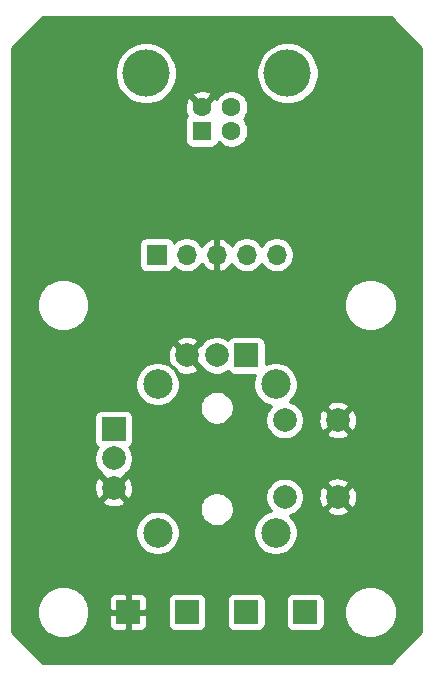
<source format=gbr>
%TF.GenerationSoftware,KiCad,Pcbnew,5.1.9-1.fc33*%
%TF.CreationDate,2021-01-07T15:58:03+01:00*%
%TF.ProjectId,Bottom,426f7474-6f6d-42e6-9b69-6361645f7063,rev?*%
%TF.SameCoordinates,PX4c4b400PY7270e00*%
%TF.FileFunction,Copper,L1,Top*%
%TF.FilePolarity,Positive*%
%FSLAX46Y46*%
G04 Gerber Fmt 4.6, Leading zero omitted, Abs format (unit mm)*
G04 Created by KiCad (PCBNEW 5.1.9-1.fc33) date 2021-01-07 15:58:03*
%MOMM*%
%LPD*%
G01*
G04 APERTURE LIST*
%TA.AperFunction,ComponentPad*%
%ADD10R,1.600000X1.600000*%
%TD*%
%TA.AperFunction,ComponentPad*%
%ADD11C,1.600000*%
%TD*%
%TA.AperFunction,ComponentPad*%
%ADD12C,4.000000*%
%TD*%
%TA.AperFunction,ComponentPad*%
%ADD13C,2.000000*%
%TD*%
%TA.AperFunction,ComponentPad*%
%ADD14R,2.000000X2.000000*%
%TD*%
%TA.AperFunction,ComponentPad*%
%ADD15C,2.500000*%
%TD*%
%TA.AperFunction,ComponentPad*%
%ADD16O,1.700000X1.700000*%
%TD*%
%TA.AperFunction,ComponentPad*%
%ADD17R,1.700000X1.700000*%
%TD*%
%TA.AperFunction,Conductor*%
%ADD18C,0.254000*%
%TD*%
%TA.AperFunction,Conductor*%
%ADD19C,0.100000*%
%TD*%
G04 APERTURE END LIST*
D10*
%TO.P,J1,1*%
%TO.N,Net-(J1-Pad1)*%
X18750000Y47750000D03*
D11*
%TO.P,J1,2*%
%TO.N,Net-(D-1-Pad1)*%
X21250000Y47750000D03*
%TO.P,J1,3*%
%TO.N,Net-(D+1-Pad1)*%
X21250000Y49750000D03*
%TO.P,J1,4*%
%TO.N,GND*%
X18750000Y49750000D03*
D12*
%TO.P,J1,5*%
%TO.N,Net-(J1-Pad5)*%
X26000000Y52610000D03*
X14000000Y52610000D03*
%TD*%
D13*
%TO.P,T1,2*%
%TO.N,GND*%
X30250000Y23250000D03*
%TO.P,T1,1*%
%TO.N,Net-(J2-Pad5)*%
X25750000Y16750000D03*
%TO.P,T1,2*%
%TO.N,GND*%
X30250000Y16750000D03*
%TO.P,T1,1*%
%TO.N,Net-(J2-Pad5)*%
X25750000Y23250000D03*
%TO.P,T1,B2*%
%TO.N,Net-(J2-Pad4)*%
X20000000Y28730000D03*
D14*
%TO.P,T1,A2*%
%TO.N,+5VA*%
X22500000Y28730000D03*
D13*
%TO.P,T1,C2*%
%TO.N,GND*%
X17500000Y28730000D03*
D14*
%TO.P,T1,A1*%
%TO.N,+5VA*%
X11270000Y22500000D03*
D13*
%TO.P,T1,B1*%
%TO.N,Net-(J2-Pad1)*%
X11270000Y20000000D03*
%TO.P,T1,C1*%
%TO.N,GND*%
X11270000Y17500000D03*
D15*
%TO.P,T1,MP*%
%TO.N,N/C*%
X15000000Y13700000D03*
X25000000Y26300000D03*
X25000000Y13700000D03*
X15000000Y26300000D03*
%TD*%
D14*
%TO.P,GND1,1*%
%TO.N,GND*%
X12500000Y7000000D03*
%TD*%
%TO.P,D-1,1*%
%TO.N,Net-(D-1-Pad1)*%
X22500000Y7000000D03*
%TD*%
%TO.P,D+1,1*%
%TO.N,Net-(D+1-Pad1)*%
X27500000Y7000000D03*
%TD*%
%TO.P,VBUS1,1*%
%TO.N,Net-(J1-Pad1)*%
X17500000Y7000000D03*
%TD*%
D16*
%TO.P,J2,5*%
%TO.N,Net-(J2-Pad5)*%
X25080000Y37250000D03*
%TO.P,J2,4*%
%TO.N,Net-(J2-Pad4)*%
X22540000Y37250000D03*
%TO.P,J2,3*%
%TO.N,GND*%
X20000000Y37250000D03*
%TO.P,J2,2*%
%TO.N,+5VA*%
X17460000Y37250000D03*
D17*
%TO.P,J2,1*%
%TO.N,Net-(J2-Pad1)*%
X14920000Y37250000D03*
%TD*%
D18*
%TO.N,GND*%
X37340001Y54726618D02*
X37340000Y5273381D01*
X34726620Y2660000D01*
X5273381Y2660000D01*
X2660000Y5273380D01*
X2660000Y7220128D01*
X4765000Y7220128D01*
X4765000Y6779872D01*
X4850890Y6348075D01*
X5019369Y5941331D01*
X5263962Y5575271D01*
X5575271Y5263962D01*
X5941331Y5019369D01*
X6348075Y4850890D01*
X6779872Y4765000D01*
X7220128Y4765000D01*
X7651925Y4850890D01*
X8058669Y5019369D01*
X8424729Y5263962D01*
X8736038Y5575271D01*
X8980631Y5941331D01*
X9004932Y6000000D01*
X10861928Y6000000D01*
X10874188Y5875518D01*
X10910498Y5755820D01*
X10969463Y5645506D01*
X11048815Y5548815D01*
X11145506Y5469463D01*
X11255820Y5410498D01*
X11375518Y5374188D01*
X11500000Y5361928D01*
X12214250Y5365000D01*
X12373000Y5523750D01*
X12373000Y6873000D01*
X12627000Y6873000D01*
X12627000Y5523750D01*
X12785750Y5365000D01*
X13500000Y5361928D01*
X13624482Y5374188D01*
X13744180Y5410498D01*
X13854494Y5469463D01*
X13951185Y5548815D01*
X14030537Y5645506D01*
X14089502Y5755820D01*
X14125812Y5875518D01*
X14138072Y6000000D01*
X14135000Y6714250D01*
X13976250Y6873000D01*
X12627000Y6873000D01*
X12373000Y6873000D01*
X11023750Y6873000D01*
X10865000Y6714250D01*
X10861928Y6000000D01*
X9004932Y6000000D01*
X9149110Y6348075D01*
X9235000Y6779872D01*
X9235000Y7220128D01*
X9149110Y7651925D01*
X9004933Y8000000D01*
X10861928Y8000000D01*
X10865000Y7285750D01*
X11023750Y7127000D01*
X12373000Y7127000D01*
X12373000Y8476250D01*
X12627000Y8476250D01*
X12627000Y7127000D01*
X13976250Y7127000D01*
X14135000Y7285750D01*
X14138072Y8000000D01*
X15861928Y8000000D01*
X15861928Y6000000D01*
X15874188Y5875518D01*
X15910498Y5755820D01*
X15969463Y5645506D01*
X16048815Y5548815D01*
X16145506Y5469463D01*
X16255820Y5410498D01*
X16375518Y5374188D01*
X16500000Y5361928D01*
X18500000Y5361928D01*
X18624482Y5374188D01*
X18744180Y5410498D01*
X18854494Y5469463D01*
X18951185Y5548815D01*
X19030537Y5645506D01*
X19089502Y5755820D01*
X19125812Y5875518D01*
X19138072Y6000000D01*
X19138072Y8000000D01*
X20861928Y8000000D01*
X20861928Y6000000D01*
X20874188Y5875518D01*
X20910498Y5755820D01*
X20969463Y5645506D01*
X21048815Y5548815D01*
X21145506Y5469463D01*
X21255820Y5410498D01*
X21375518Y5374188D01*
X21500000Y5361928D01*
X23500000Y5361928D01*
X23624482Y5374188D01*
X23744180Y5410498D01*
X23854494Y5469463D01*
X23951185Y5548815D01*
X24030537Y5645506D01*
X24089502Y5755820D01*
X24125812Y5875518D01*
X24138072Y6000000D01*
X24138072Y8000000D01*
X25861928Y8000000D01*
X25861928Y6000000D01*
X25874188Y5875518D01*
X25910498Y5755820D01*
X25969463Y5645506D01*
X26048815Y5548815D01*
X26145506Y5469463D01*
X26255820Y5410498D01*
X26375518Y5374188D01*
X26500000Y5361928D01*
X28500000Y5361928D01*
X28624482Y5374188D01*
X28744180Y5410498D01*
X28854494Y5469463D01*
X28951185Y5548815D01*
X29030537Y5645506D01*
X29089502Y5755820D01*
X29125812Y5875518D01*
X29138072Y6000000D01*
X29138072Y7220128D01*
X30765000Y7220128D01*
X30765000Y6779872D01*
X30850890Y6348075D01*
X31019369Y5941331D01*
X31263962Y5575271D01*
X31575271Y5263962D01*
X31941331Y5019369D01*
X32348075Y4850890D01*
X32779872Y4765000D01*
X33220128Y4765000D01*
X33651925Y4850890D01*
X34058669Y5019369D01*
X34424729Y5263962D01*
X34736038Y5575271D01*
X34980631Y5941331D01*
X35149110Y6348075D01*
X35235000Y6779872D01*
X35235000Y7220128D01*
X35149110Y7651925D01*
X34980631Y8058669D01*
X34736038Y8424729D01*
X34424729Y8736038D01*
X34058669Y8980631D01*
X33651925Y9149110D01*
X33220128Y9235000D01*
X32779872Y9235000D01*
X32348075Y9149110D01*
X31941331Y8980631D01*
X31575271Y8736038D01*
X31263962Y8424729D01*
X31019369Y8058669D01*
X30850890Y7651925D01*
X30765000Y7220128D01*
X29138072Y7220128D01*
X29138072Y8000000D01*
X29125812Y8124482D01*
X29089502Y8244180D01*
X29030537Y8354494D01*
X28951185Y8451185D01*
X28854494Y8530537D01*
X28744180Y8589502D01*
X28624482Y8625812D01*
X28500000Y8638072D01*
X26500000Y8638072D01*
X26375518Y8625812D01*
X26255820Y8589502D01*
X26145506Y8530537D01*
X26048815Y8451185D01*
X25969463Y8354494D01*
X25910498Y8244180D01*
X25874188Y8124482D01*
X25861928Y8000000D01*
X24138072Y8000000D01*
X24125812Y8124482D01*
X24089502Y8244180D01*
X24030537Y8354494D01*
X23951185Y8451185D01*
X23854494Y8530537D01*
X23744180Y8589502D01*
X23624482Y8625812D01*
X23500000Y8638072D01*
X21500000Y8638072D01*
X21375518Y8625812D01*
X21255820Y8589502D01*
X21145506Y8530537D01*
X21048815Y8451185D01*
X20969463Y8354494D01*
X20910498Y8244180D01*
X20874188Y8124482D01*
X20861928Y8000000D01*
X19138072Y8000000D01*
X19125812Y8124482D01*
X19089502Y8244180D01*
X19030537Y8354494D01*
X18951185Y8451185D01*
X18854494Y8530537D01*
X18744180Y8589502D01*
X18624482Y8625812D01*
X18500000Y8638072D01*
X16500000Y8638072D01*
X16375518Y8625812D01*
X16255820Y8589502D01*
X16145506Y8530537D01*
X16048815Y8451185D01*
X15969463Y8354494D01*
X15910498Y8244180D01*
X15874188Y8124482D01*
X15861928Y8000000D01*
X14138072Y8000000D01*
X14125812Y8124482D01*
X14089502Y8244180D01*
X14030537Y8354494D01*
X13951185Y8451185D01*
X13854494Y8530537D01*
X13744180Y8589502D01*
X13624482Y8625812D01*
X13500000Y8638072D01*
X12785750Y8635000D01*
X12627000Y8476250D01*
X12373000Y8476250D01*
X12214250Y8635000D01*
X11500000Y8638072D01*
X11375518Y8625812D01*
X11255820Y8589502D01*
X11145506Y8530537D01*
X11048815Y8451185D01*
X10969463Y8354494D01*
X10910498Y8244180D01*
X10874188Y8124482D01*
X10861928Y8000000D01*
X9004933Y8000000D01*
X8980631Y8058669D01*
X8736038Y8424729D01*
X8424729Y8736038D01*
X8058669Y8980631D01*
X7651925Y9149110D01*
X7220128Y9235000D01*
X6779872Y9235000D01*
X6348075Y9149110D01*
X5941331Y8980631D01*
X5575271Y8736038D01*
X5263962Y8424729D01*
X5019369Y8058669D01*
X4850890Y7651925D01*
X4765000Y7220128D01*
X2660000Y7220128D01*
X2660000Y13885656D01*
X13115000Y13885656D01*
X13115000Y13514344D01*
X13187439Y13150166D01*
X13329534Y12807118D01*
X13535825Y12498382D01*
X13798382Y12235825D01*
X14107118Y12029534D01*
X14450166Y11887439D01*
X14814344Y11815000D01*
X15185656Y11815000D01*
X15549834Y11887439D01*
X15892882Y12029534D01*
X16201618Y12235825D01*
X16464175Y12498382D01*
X16670466Y12807118D01*
X16812561Y13150166D01*
X16885000Y13514344D01*
X16885000Y13885656D01*
X23115000Y13885656D01*
X23115000Y13514344D01*
X23187439Y13150166D01*
X23329534Y12807118D01*
X23535825Y12498382D01*
X23798382Y12235825D01*
X24107118Y12029534D01*
X24450166Y11887439D01*
X24814344Y11815000D01*
X25185656Y11815000D01*
X25549834Y11887439D01*
X25892882Y12029534D01*
X26201618Y12235825D01*
X26464175Y12498382D01*
X26670466Y12807118D01*
X26812561Y13150166D01*
X26885000Y13514344D01*
X26885000Y13885656D01*
X26812561Y14249834D01*
X26670466Y14592882D01*
X26464175Y14901618D01*
X26201618Y15164175D01*
X26191670Y15170822D01*
X26226912Y15177832D01*
X26524463Y15301082D01*
X26792252Y15480013D01*
X26926826Y15614587D01*
X29294192Y15614587D01*
X29389956Y15350186D01*
X29679571Y15209296D01*
X29991108Y15127616D01*
X30312595Y15108282D01*
X30631675Y15152039D01*
X30936088Y15257205D01*
X31110044Y15350186D01*
X31205808Y15614587D01*
X30250000Y16570395D01*
X29294192Y15614587D01*
X26926826Y15614587D01*
X27019987Y15707748D01*
X27198918Y15975537D01*
X27322168Y16273088D01*
X27385000Y16588967D01*
X27385000Y16687405D01*
X28608282Y16687405D01*
X28652039Y16368325D01*
X28757205Y16063912D01*
X28850186Y15889956D01*
X29114587Y15794192D01*
X30070395Y16750000D01*
X30429605Y16750000D01*
X31385413Y15794192D01*
X31649814Y15889956D01*
X31790704Y16179571D01*
X31872384Y16491108D01*
X31891718Y16812595D01*
X31847961Y17131675D01*
X31742795Y17436088D01*
X31649814Y17610044D01*
X31385413Y17705808D01*
X30429605Y16750000D01*
X30070395Y16750000D01*
X29114587Y17705808D01*
X28850186Y17610044D01*
X28709296Y17320429D01*
X28627616Y17008892D01*
X28608282Y16687405D01*
X27385000Y16687405D01*
X27385000Y16911033D01*
X27322168Y17226912D01*
X27198918Y17524463D01*
X27019987Y17792252D01*
X26926826Y17885413D01*
X29294192Y17885413D01*
X30250000Y16929605D01*
X31205808Y17885413D01*
X31110044Y18149814D01*
X30820429Y18290704D01*
X30508892Y18372384D01*
X30187405Y18391718D01*
X29868325Y18347961D01*
X29563912Y18242795D01*
X29389956Y18149814D01*
X29294192Y17885413D01*
X26926826Y17885413D01*
X26792252Y18019987D01*
X26524463Y18198918D01*
X26226912Y18322168D01*
X25911033Y18385000D01*
X25588967Y18385000D01*
X25273088Y18322168D01*
X24975537Y18198918D01*
X24707748Y18019987D01*
X24480013Y17792252D01*
X24301082Y17524463D01*
X24177832Y17226912D01*
X24115000Y16911033D01*
X24115000Y16588967D01*
X24177832Y16273088D01*
X24301082Y15975537D01*
X24480013Y15707748D01*
X24637865Y15549896D01*
X24450166Y15512561D01*
X24107118Y15370466D01*
X23798382Y15164175D01*
X23535825Y14901618D01*
X23329534Y14592882D01*
X23187439Y14249834D01*
X23115000Y13885656D01*
X16885000Y13885656D01*
X16812561Y14249834D01*
X16670466Y14592882D01*
X16464175Y14901618D01*
X16201618Y15164175D01*
X15892882Y15370466D01*
X15549834Y15512561D01*
X15185656Y15585000D01*
X14814344Y15585000D01*
X14450166Y15512561D01*
X14107118Y15370466D01*
X13798382Y15164175D01*
X13535825Y14901618D01*
X13329534Y14592882D01*
X13187439Y14249834D01*
X13115000Y13885656D01*
X2660000Y13885656D01*
X2660000Y15841335D01*
X18565000Y15841335D01*
X18565000Y15558665D01*
X18620147Y15281426D01*
X18728320Y15020273D01*
X18885363Y14785241D01*
X19085241Y14585363D01*
X19320273Y14428320D01*
X19581426Y14320147D01*
X19858665Y14265000D01*
X20141335Y14265000D01*
X20418574Y14320147D01*
X20679727Y14428320D01*
X20914759Y14585363D01*
X21114637Y14785241D01*
X21271680Y15020273D01*
X21379853Y15281426D01*
X21435000Y15558665D01*
X21435000Y15841335D01*
X21379853Y16118574D01*
X21271680Y16379727D01*
X21114637Y16614759D01*
X20914759Y16814637D01*
X20679727Y16971680D01*
X20418574Y17079853D01*
X20141335Y17135000D01*
X19858665Y17135000D01*
X19581426Y17079853D01*
X19320273Y16971680D01*
X19085241Y16814637D01*
X18885363Y16614759D01*
X18728320Y16379727D01*
X18620147Y16118574D01*
X18565000Y15841335D01*
X2660000Y15841335D01*
X2660000Y16364587D01*
X10314192Y16364587D01*
X10409956Y16100186D01*
X10699571Y15959296D01*
X11011108Y15877616D01*
X11332595Y15858282D01*
X11651675Y15902039D01*
X11956088Y16007205D01*
X12130044Y16100186D01*
X12225808Y16364587D01*
X11270000Y17320395D01*
X10314192Y16364587D01*
X2660000Y16364587D01*
X2660000Y17437405D01*
X9628282Y17437405D01*
X9672039Y17118325D01*
X9777205Y16813912D01*
X9870186Y16639956D01*
X10134587Y16544192D01*
X11090395Y17500000D01*
X11449605Y17500000D01*
X12405413Y16544192D01*
X12669814Y16639956D01*
X12810704Y16929571D01*
X12892384Y17241108D01*
X12911718Y17562595D01*
X12867961Y17881675D01*
X12762795Y18186088D01*
X12669814Y18360044D01*
X12405413Y18455808D01*
X11449605Y17500000D01*
X11090395Y17500000D01*
X10134587Y18455808D01*
X9870186Y18360044D01*
X9729296Y18070429D01*
X9647616Y17758892D01*
X9628282Y17437405D01*
X2660000Y17437405D01*
X2660000Y23500000D01*
X9631928Y23500000D01*
X9631928Y21500000D01*
X9644188Y21375518D01*
X9680498Y21255820D01*
X9739463Y21145506D01*
X9818815Y21048815D01*
X9915506Y20969463D01*
X9941937Y20955335D01*
X9821082Y20774463D01*
X9697832Y20476912D01*
X9635000Y20161033D01*
X9635000Y19838967D01*
X9697832Y19523088D01*
X9821082Y19225537D01*
X10000013Y18957748D01*
X10227748Y18730013D01*
X10324935Y18665075D01*
X10314192Y18635413D01*
X11270000Y17679605D01*
X12225808Y18635413D01*
X12215065Y18665075D01*
X12312252Y18730013D01*
X12539987Y18957748D01*
X12718918Y19225537D01*
X12842168Y19523088D01*
X12905000Y19838967D01*
X12905000Y20161033D01*
X12842168Y20476912D01*
X12718918Y20774463D01*
X12598063Y20955335D01*
X12624494Y20969463D01*
X12721185Y21048815D01*
X12800537Y21145506D01*
X12859502Y21255820D01*
X12895812Y21375518D01*
X12908072Y21500000D01*
X12908072Y23500000D01*
X12895812Y23624482D01*
X12859502Y23744180D01*
X12800537Y23854494D01*
X12721185Y23951185D01*
X12624494Y24030537D01*
X12514180Y24089502D01*
X12394482Y24125812D01*
X12270000Y24138072D01*
X10270000Y24138072D01*
X10145518Y24125812D01*
X10025820Y24089502D01*
X9915506Y24030537D01*
X9818815Y23951185D01*
X9739463Y23854494D01*
X9680498Y23744180D01*
X9644188Y23624482D01*
X9631928Y23500000D01*
X2660000Y23500000D01*
X2660000Y26485656D01*
X13115000Y26485656D01*
X13115000Y26114344D01*
X13187439Y25750166D01*
X13329534Y25407118D01*
X13535825Y25098382D01*
X13798382Y24835825D01*
X14107118Y24629534D01*
X14450166Y24487439D01*
X14814344Y24415000D01*
X15185656Y24415000D01*
X15318051Y24441335D01*
X18565000Y24441335D01*
X18565000Y24158665D01*
X18620147Y23881426D01*
X18728320Y23620273D01*
X18885363Y23385241D01*
X19085241Y23185363D01*
X19320273Y23028320D01*
X19581426Y22920147D01*
X19858665Y22865000D01*
X20141335Y22865000D01*
X20418574Y22920147D01*
X20679727Y23028320D01*
X20914759Y23185363D01*
X21114637Y23385241D01*
X21271680Y23620273D01*
X21379853Y23881426D01*
X21435000Y24158665D01*
X21435000Y24441335D01*
X21379853Y24718574D01*
X21271680Y24979727D01*
X21114637Y25214759D01*
X20914759Y25414637D01*
X20679727Y25571680D01*
X20418574Y25679853D01*
X20141335Y25735000D01*
X19858665Y25735000D01*
X19581426Y25679853D01*
X19320273Y25571680D01*
X19085241Y25414637D01*
X18885363Y25214759D01*
X18728320Y24979727D01*
X18620147Y24718574D01*
X18565000Y24441335D01*
X15318051Y24441335D01*
X15549834Y24487439D01*
X15892882Y24629534D01*
X16201618Y24835825D01*
X16464175Y25098382D01*
X16670466Y25407118D01*
X16812561Y25750166D01*
X16885000Y26114344D01*
X16885000Y26485656D01*
X16812561Y26849834D01*
X16670466Y27192882D01*
X16464175Y27501618D01*
X16457701Y27508092D01*
X16544193Y27594585D01*
X16639956Y27330186D01*
X16929571Y27189296D01*
X17241108Y27107616D01*
X17562595Y27088282D01*
X17881675Y27132039D01*
X18186088Y27237205D01*
X18360044Y27330186D01*
X18455808Y27594587D01*
X17500000Y28550395D01*
X17485858Y28536252D01*
X17306253Y28715857D01*
X17320395Y28730000D01*
X17679605Y28730000D01*
X18635413Y27774192D01*
X18665075Y27784935D01*
X18730013Y27687748D01*
X18957748Y27460013D01*
X19225537Y27281082D01*
X19523088Y27157832D01*
X19838967Y27095000D01*
X20161033Y27095000D01*
X20476912Y27157832D01*
X20774463Y27281082D01*
X20955335Y27401937D01*
X20969463Y27375506D01*
X21048815Y27278815D01*
X21145506Y27199463D01*
X21255820Y27140498D01*
X21375518Y27104188D01*
X21500000Y27091928D01*
X23287718Y27091928D01*
X23187439Y26849834D01*
X23115000Y26485656D01*
X23115000Y26114344D01*
X23187439Y25750166D01*
X23329534Y25407118D01*
X23535825Y25098382D01*
X23798382Y24835825D01*
X24107118Y24629534D01*
X24450166Y24487439D01*
X24637865Y24450104D01*
X24480013Y24292252D01*
X24301082Y24024463D01*
X24177832Y23726912D01*
X24115000Y23411033D01*
X24115000Y23088967D01*
X24177832Y22773088D01*
X24301082Y22475537D01*
X24480013Y22207748D01*
X24707748Y21980013D01*
X24975537Y21801082D01*
X25273088Y21677832D01*
X25588967Y21615000D01*
X25911033Y21615000D01*
X26226912Y21677832D01*
X26524463Y21801082D01*
X26792252Y21980013D01*
X26926826Y22114587D01*
X29294192Y22114587D01*
X29389956Y21850186D01*
X29679571Y21709296D01*
X29991108Y21627616D01*
X30312595Y21608282D01*
X30631675Y21652039D01*
X30936088Y21757205D01*
X31110044Y21850186D01*
X31205808Y22114587D01*
X30250000Y23070395D01*
X29294192Y22114587D01*
X26926826Y22114587D01*
X27019987Y22207748D01*
X27198918Y22475537D01*
X27322168Y22773088D01*
X27385000Y23088967D01*
X27385000Y23187405D01*
X28608282Y23187405D01*
X28652039Y22868325D01*
X28757205Y22563912D01*
X28850186Y22389956D01*
X29114587Y22294192D01*
X30070395Y23250000D01*
X30429605Y23250000D01*
X31385413Y22294192D01*
X31649814Y22389956D01*
X31790704Y22679571D01*
X31872384Y22991108D01*
X31891718Y23312595D01*
X31847961Y23631675D01*
X31742795Y23936088D01*
X31649814Y24110044D01*
X31385413Y24205808D01*
X30429605Y23250000D01*
X30070395Y23250000D01*
X29114587Y24205808D01*
X28850186Y24110044D01*
X28709296Y23820429D01*
X28627616Y23508892D01*
X28608282Y23187405D01*
X27385000Y23187405D01*
X27385000Y23411033D01*
X27322168Y23726912D01*
X27198918Y24024463D01*
X27019987Y24292252D01*
X26926826Y24385413D01*
X29294192Y24385413D01*
X30250000Y23429605D01*
X31205808Y24385413D01*
X31110044Y24649814D01*
X30820429Y24790704D01*
X30508892Y24872384D01*
X30187405Y24891718D01*
X29868325Y24847961D01*
X29563912Y24742795D01*
X29389956Y24649814D01*
X29294192Y24385413D01*
X26926826Y24385413D01*
X26792252Y24519987D01*
X26524463Y24698918D01*
X26226912Y24822168D01*
X26191670Y24829178D01*
X26201618Y24835825D01*
X26464175Y25098382D01*
X26670466Y25407118D01*
X26812561Y25750166D01*
X26885000Y26114344D01*
X26885000Y26485656D01*
X26812561Y26849834D01*
X26670466Y27192882D01*
X26464175Y27501618D01*
X26201618Y27764175D01*
X25892882Y27970466D01*
X25549834Y28112561D01*
X25185656Y28185000D01*
X24814344Y28185000D01*
X24450166Y28112561D01*
X24138072Y27983288D01*
X24138072Y29730000D01*
X24125812Y29854482D01*
X24089502Y29974180D01*
X24030537Y30084494D01*
X23951185Y30181185D01*
X23854494Y30260537D01*
X23744180Y30319502D01*
X23624482Y30355812D01*
X23500000Y30368072D01*
X21500000Y30368072D01*
X21375518Y30355812D01*
X21255820Y30319502D01*
X21145506Y30260537D01*
X21048815Y30181185D01*
X20969463Y30084494D01*
X20955335Y30058063D01*
X20774463Y30178918D01*
X20476912Y30302168D01*
X20161033Y30365000D01*
X19838967Y30365000D01*
X19523088Y30302168D01*
X19225537Y30178918D01*
X18957748Y29999987D01*
X18730013Y29772252D01*
X18665075Y29675065D01*
X18635413Y29685808D01*
X17679605Y28730000D01*
X17320395Y28730000D01*
X16364587Y29685808D01*
X16100186Y29590044D01*
X15959296Y29300429D01*
X15877616Y28988892D01*
X15858282Y28667405D01*
X15902039Y28348325D01*
X16007205Y28043912D01*
X16100186Y27869956D01*
X16364585Y27774193D01*
X16278093Y27687700D01*
X16201618Y27764175D01*
X15892882Y27970466D01*
X15549834Y28112561D01*
X15185656Y28185000D01*
X14814344Y28185000D01*
X14450166Y28112561D01*
X14107118Y27970466D01*
X13798382Y27764175D01*
X13535825Y27501618D01*
X13329534Y27192882D01*
X13187439Y26849834D01*
X13115000Y26485656D01*
X2660000Y26485656D01*
X2660000Y29865413D01*
X16544192Y29865413D01*
X17500000Y28909605D01*
X18455808Y29865413D01*
X18360044Y30129814D01*
X18070429Y30270704D01*
X17758892Y30352384D01*
X17437405Y30371718D01*
X17118325Y30327961D01*
X16813912Y30222795D01*
X16639956Y30129814D01*
X16544192Y29865413D01*
X2660000Y29865413D01*
X2660000Y33220128D01*
X4765000Y33220128D01*
X4765000Y32779872D01*
X4850890Y32348075D01*
X5019369Y31941331D01*
X5263962Y31575271D01*
X5575271Y31263962D01*
X5941331Y31019369D01*
X6348075Y30850890D01*
X6779872Y30765000D01*
X7220128Y30765000D01*
X7651925Y30850890D01*
X8058669Y31019369D01*
X8424729Y31263962D01*
X8736038Y31575271D01*
X8980631Y31941331D01*
X9149110Y32348075D01*
X9235000Y32779872D01*
X9235000Y33220128D01*
X30765000Y33220128D01*
X30765000Y32779872D01*
X30850890Y32348075D01*
X31019369Y31941331D01*
X31263962Y31575271D01*
X31575271Y31263962D01*
X31941331Y31019369D01*
X32348075Y30850890D01*
X32779872Y30765000D01*
X33220128Y30765000D01*
X33651925Y30850890D01*
X34058669Y31019369D01*
X34424729Y31263962D01*
X34736038Y31575271D01*
X34980631Y31941331D01*
X35149110Y32348075D01*
X35235000Y32779872D01*
X35235000Y33220128D01*
X35149110Y33651925D01*
X34980631Y34058669D01*
X34736038Y34424729D01*
X34424729Y34736038D01*
X34058669Y34980631D01*
X33651925Y35149110D01*
X33220128Y35235000D01*
X32779872Y35235000D01*
X32348075Y35149110D01*
X31941331Y34980631D01*
X31575271Y34736038D01*
X31263962Y34424729D01*
X31019369Y34058669D01*
X30850890Y33651925D01*
X30765000Y33220128D01*
X9235000Y33220128D01*
X9149110Y33651925D01*
X8980631Y34058669D01*
X8736038Y34424729D01*
X8424729Y34736038D01*
X8058669Y34980631D01*
X7651925Y35149110D01*
X7220128Y35235000D01*
X6779872Y35235000D01*
X6348075Y35149110D01*
X5941331Y34980631D01*
X5575271Y34736038D01*
X5263962Y34424729D01*
X5019369Y34058669D01*
X4850890Y33651925D01*
X4765000Y33220128D01*
X2660000Y33220128D01*
X2660000Y38100000D01*
X13431928Y38100000D01*
X13431928Y36400000D01*
X13444188Y36275518D01*
X13480498Y36155820D01*
X13539463Y36045506D01*
X13618815Y35948815D01*
X13715506Y35869463D01*
X13825820Y35810498D01*
X13945518Y35774188D01*
X14070000Y35761928D01*
X15770000Y35761928D01*
X15894482Y35774188D01*
X16014180Y35810498D01*
X16124494Y35869463D01*
X16221185Y35948815D01*
X16300537Y36045506D01*
X16359502Y36155820D01*
X16381513Y36228380D01*
X16513368Y36096525D01*
X16756589Y35934010D01*
X17026842Y35822068D01*
X17313740Y35765000D01*
X17606260Y35765000D01*
X17893158Y35822068D01*
X18163411Y35934010D01*
X18406632Y36096525D01*
X18613475Y36303368D01*
X18735195Y36485534D01*
X18804822Y36368645D01*
X18999731Y36152412D01*
X19233080Y35978359D01*
X19495901Y35853175D01*
X19643110Y35808524D01*
X19873000Y35929845D01*
X19873000Y37123000D01*
X19853000Y37123000D01*
X19853000Y37377000D01*
X19873000Y37377000D01*
X19873000Y38570155D01*
X20127000Y38570155D01*
X20127000Y37377000D01*
X20147000Y37377000D01*
X20147000Y37123000D01*
X20127000Y37123000D01*
X20127000Y35929845D01*
X20356890Y35808524D01*
X20504099Y35853175D01*
X20766920Y35978359D01*
X21000269Y36152412D01*
X21195178Y36368645D01*
X21264805Y36485534D01*
X21386525Y36303368D01*
X21593368Y36096525D01*
X21836589Y35934010D01*
X22106842Y35822068D01*
X22393740Y35765000D01*
X22686260Y35765000D01*
X22973158Y35822068D01*
X23243411Y35934010D01*
X23486632Y36096525D01*
X23693475Y36303368D01*
X23810000Y36477760D01*
X23926525Y36303368D01*
X24133368Y36096525D01*
X24376589Y35934010D01*
X24646842Y35822068D01*
X24933740Y35765000D01*
X25226260Y35765000D01*
X25513158Y35822068D01*
X25783411Y35934010D01*
X26026632Y36096525D01*
X26233475Y36303368D01*
X26395990Y36546589D01*
X26507932Y36816842D01*
X26565000Y37103740D01*
X26565000Y37396260D01*
X26507932Y37683158D01*
X26395990Y37953411D01*
X26233475Y38196632D01*
X26026632Y38403475D01*
X25783411Y38565990D01*
X25513158Y38677932D01*
X25226260Y38735000D01*
X24933740Y38735000D01*
X24646842Y38677932D01*
X24376589Y38565990D01*
X24133368Y38403475D01*
X23926525Y38196632D01*
X23810000Y38022240D01*
X23693475Y38196632D01*
X23486632Y38403475D01*
X23243411Y38565990D01*
X22973158Y38677932D01*
X22686260Y38735000D01*
X22393740Y38735000D01*
X22106842Y38677932D01*
X21836589Y38565990D01*
X21593368Y38403475D01*
X21386525Y38196632D01*
X21264805Y38014466D01*
X21195178Y38131355D01*
X21000269Y38347588D01*
X20766920Y38521641D01*
X20504099Y38646825D01*
X20356890Y38691476D01*
X20127000Y38570155D01*
X19873000Y38570155D01*
X19643110Y38691476D01*
X19495901Y38646825D01*
X19233080Y38521641D01*
X18999731Y38347588D01*
X18804822Y38131355D01*
X18735195Y38014466D01*
X18613475Y38196632D01*
X18406632Y38403475D01*
X18163411Y38565990D01*
X17893158Y38677932D01*
X17606260Y38735000D01*
X17313740Y38735000D01*
X17026842Y38677932D01*
X16756589Y38565990D01*
X16513368Y38403475D01*
X16381513Y38271620D01*
X16359502Y38344180D01*
X16300537Y38454494D01*
X16221185Y38551185D01*
X16124494Y38630537D01*
X16014180Y38689502D01*
X15894482Y38725812D01*
X15770000Y38738072D01*
X14070000Y38738072D01*
X13945518Y38725812D01*
X13825820Y38689502D01*
X13715506Y38630537D01*
X13618815Y38551185D01*
X13539463Y38454494D01*
X13480498Y38344180D01*
X13444188Y38224482D01*
X13431928Y38100000D01*
X2660000Y38100000D01*
X2660000Y49679488D01*
X17309783Y49679488D01*
X17351213Y49399870D01*
X17446397Y49133708D01*
X17511616Y49011691D01*
X17498815Y49001185D01*
X17419463Y48904494D01*
X17360498Y48794180D01*
X17324188Y48674482D01*
X17311928Y48550000D01*
X17311928Y46950000D01*
X17324188Y46825518D01*
X17360498Y46705820D01*
X17419463Y46595506D01*
X17498815Y46498815D01*
X17595506Y46419463D01*
X17705820Y46360498D01*
X17825518Y46324188D01*
X17950000Y46311928D01*
X19550000Y46311928D01*
X19674482Y46324188D01*
X19794180Y46360498D01*
X19904494Y46419463D01*
X20001185Y46498815D01*
X20080537Y46595506D01*
X20139502Y46705820D01*
X20168661Y46801943D01*
X20335241Y46635363D01*
X20570273Y46478320D01*
X20831426Y46370147D01*
X21108665Y46315000D01*
X21391335Y46315000D01*
X21668574Y46370147D01*
X21929727Y46478320D01*
X22164759Y46635363D01*
X22364637Y46835241D01*
X22521680Y47070273D01*
X22629853Y47331426D01*
X22685000Y47608665D01*
X22685000Y47891335D01*
X22629853Y48168574D01*
X22521680Y48429727D01*
X22364637Y48664759D01*
X22279396Y48750000D01*
X22364637Y48835241D01*
X22521680Y49070273D01*
X22629853Y49331426D01*
X22685000Y49608665D01*
X22685000Y49891335D01*
X22629853Y50168574D01*
X22521680Y50429727D01*
X22364637Y50664759D01*
X22164759Y50864637D01*
X21929727Y51021680D01*
X21668574Y51129853D01*
X21391335Y51185000D01*
X21108665Y51185000D01*
X20831426Y51129853D01*
X20570273Y51021680D01*
X20335241Y50864637D01*
X20135363Y50664759D01*
X20001308Y50464131D01*
X19986671Y50491514D01*
X19742702Y50563097D01*
X18929605Y49750000D01*
X18943748Y49735857D01*
X18764143Y49556252D01*
X18750000Y49570395D01*
X18735858Y49556252D01*
X18556253Y49735857D01*
X18570395Y49750000D01*
X17757298Y50563097D01*
X17513329Y50491514D01*
X17392429Y50236004D01*
X17323700Y49961816D01*
X17309783Y49679488D01*
X2660000Y49679488D01*
X2660000Y52869525D01*
X11365000Y52869525D01*
X11365000Y52350475D01*
X11466261Y51841399D01*
X11664893Y51361859D01*
X11953262Y50930285D01*
X12320285Y50563262D01*
X12751859Y50274893D01*
X13231399Y50076261D01*
X13740475Y49975000D01*
X14259525Y49975000D01*
X14768601Y50076261D01*
X15248141Y50274893D01*
X15679715Y50563262D01*
X15859155Y50742702D01*
X17936903Y50742702D01*
X18750000Y49929605D01*
X19563097Y50742702D01*
X19491514Y50986671D01*
X19236004Y51107571D01*
X18961816Y51176300D01*
X18679488Y51190217D01*
X18399870Y51148787D01*
X18133708Y51053603D01*
X18008486Y50986671D01*
X17936903Y50742702D01*
X15859155Y50742702D01*
X16046738Y50930285D01*
X16335107Y51361859D01*
X16533739Y51841399D01*
X16635000Y52350475D01*
X16635000Y52869525D01*
X23365000Y52869525D01*
X23365000Y52350475D01*
X23466261Y51841399D01*
X23664893Y51361859D01*
X23953262Y50930285D01*
X24320285Y50563262D01*
X24751859Y50274893D01*
X25231399Y50076261D01*
X25740475Y49975000D01*
X26259525Y49975000D01*
X26768601Y50076261D01*
X27248141Y50274893D01*
X27679715Y50563262D01*
X28046738Y50930285D01*
X28335107Y51361859D01*
X28533739Y51841399D01*
X28635000Y52350475D01*
X28635000Y52869525D01*
X28533739Y53378601D01*
X28335107Y53858141D01*
X28046738Y54289715D01*
X27679715Y54656738D01*
X27248141Y54945107D01*
X26768601Y55143739D01*
X26259525Y55245000D01*
X25740475Y55245000D01*
X25231399Y55143739D01*
X24751859Y54945107D01*
X24320285Y54656738D01*
X23953262Y54289715D01*
X23664893Y53858141D01*
X23466261Y53378601D01*
X23365000Y52869525D01*
X16635000Y52869525D01*
X16533739Y53378601D01*
X16335107Y53858141D01*
X16046738Y54289715D01*
X15679715Y54656738D01*
X15248141Y54945107D01*
X14768601Y55143739D01*
X14259525Y55245000D01*
X13740475Y55245000D01*
X13231399Y55143739D01*
X12751859Y54945107D01*
X12320285Y54656738D01*
X11953262Y54289715D01*
X11664893Y53858141D01*
X11466261Y53378601D01*
X11365000Y52869525D01*
X2660000Y52869525D01*
X2660000Y54726620D01*
X5273381Y57340000D01*
X34726620Y57340000D01*
X37340001Y54726618D01*
%TA.AperFunction,Conductor*%
D19*
G36*
X37340001Y54726618D02*
G01*
X37340000Y5273381D01*
X34726620Y2660000D01*
X5273381Y2660000D01*
X2660000Y5273380D01*
X2660000Y7220128D01*
X4765000Y7220128D01*
X4765000Y6779872D01*
X4850890Y6348075D01*
X5019369Y5941331D01*
X5263962Y5575271D01*
X5575271Y5263962D01*
X5941331Y5019369D01*
X6348075Y4850890D01*
X6779872Y4765000D01*
X7220128Y4765000D01*
X7651925Y4850890D01*
X8058669Y5019369D01*
X8424729Y5263962D01*
X8736038Y5575271D01*
X8980631Y5941331D01*
X9004932Y6000000D01*
X10861928Y6000000D01*
X10874188Y5875518D01*
X10910498Y5755820D01*
X10969463Y5645506D01*
X11048815Y5548815D01*
X11145506Y5469463D01*
X11255820Y5410498D01*
X11375518Y5374188D01*
X11500000Y5361928D01*
X12214250Y5365000D01*
X12373000Y5523750D01*
X12373000Y6873000D01*
X12627000Y6873000D01*
X12627000Y5523750D01*
X12785750Y5365000D01*
X13500000Y5361928D01*
X13624482Y5374188D01*
X13744180Y5410498D01*
X13854494Y5469463D01*
X13951185Y5548815D01*
X14030537Y5645506D01*
X14089502Y5755820D01*
X14125812Y5875518D01*
X14138072Y6000000D01*
X14135000Y6714250D01*
X13976250Y6873000D01*
X12627000Y6873000D01*
X12373000Y6873000D01*
X11023750Y6873000D01*
X10865000Y6714250D01*
X10861928Y6000000D01*
X9004932Y6000000D01*
X9149110Y6348075D01*
X9235000Y6779872D01*
X9235000Y7220128D01*
X9149110Y7651925D01*
X9004933Y8000000D01*
X10861928Y8000000D01*
X10865000Y7285750D01*
X11023750Y7127000D01*
X12373000Y7127000D01*
X12373000Y8476250D01*
X12627000Y8476250D01*
X12627000Y7127000D01*
X13976250Y7127000D01*
X14135000Y7285750D01*
X14138072Y8000000D01*
X15861928Y8000000D01*
X15861928Y6000000D01*
X15874188Y5875518D01*
X15910498Y5755820D01*
X15969463Y5645506D01*
X16048815Y5548815D01*
X16145506Y5469463D01*
X16255820Y5410498D01*
X16375518Y5374188D01*
X16500000Y5361928D01*
X18500000Y5361928D01*
X18624482Y5374188D01*
X18744180Y5410498D01*
X18854494Y5469463D01*
X18951185Y5548815D01*
X19030537Y5645506D01*
X19089502Y5755820D01*
X19125812Y5875518D01*
X19138072Y6000000D01*
X19138072Y8000000D01*
X20861928Y8000000D01*
X20861928Y6000000D01*
X20874188Y5875518D01*
X20910498Y5755820D01*
X20969463Y5645506D01*
X21048815Y5548815D01*
X21145506Y5469463D01*
X21255820Y5410498D01*
X21375518Y5374188D01*
X21500000Y5361928D01*
X23500000Y5361928D01*
X23624482Y5374188D01*
X23744180Y5410498D01*
X23854494Y5469463D01*
X23951185Y5548815D01*
X24030537Y5645506D01*
X24089502Y5755820D01*
X24125812Y5875518D01*
X24138072Y6000000D01*
X24138072Y8000000D01*
X25861928Y8000000D01*
X25861928Y6000000D01*
X25874188Y5875518D01*
X25910498Y5755820D01*
X25969463Y5645506D01*
X26048815Y5548815D01*
X26145506Y5469463D01*
X26255820Y5410498D01*
X26375518Y5374188D01*
X26500000Y5361928D01*
X28500000Y5361928D01*
X28624482Y5374188D01*
X28744180Y5410498D01*
X28854494Y5469463D01*
X28951185Y5548815D01*
X29030537Y5645506D01*
X29089502Y5755820D01*
X29125812Y5875518D01*
X29138072Y6000000D01*
X29138072Y7220128D01*
X30765000Y7220128D01*
X30765000Y6779872D01*
X30850890Y6348075D01*
X31019369Y5941331D01*
X31263962Y5575271D01*
X31575271Y5263962D01*
X31941331Y5019369D01*
X32348075Y4850890D01*
X32779872Y4765000D01*
X33220128Y4765000D01*
X33651925Y4850890D01*
X34058669Y5019369D01*
X34424729Y5263962D01*
X34736038Y5575271D01*
X34980631Y5941331D01*
X35149110Y6348075D01*
X35235000Y6779872D01*
X35235000Y7220128D01*
X35149110Y7651925D01*
X34980631Y8058669D01*
X34736038Y8424729D01*
X34424729Y8736038D01*
X34058669Y8980631D01*
X33651925Y9149110D01*
X33220128Y9235000D01*
X32779872Y9235000D01*
X32348075Y9149110D01*
X31941331Y8980631D01*
X31575271Y8736038D01*
X31263962Y8424729D01*
X31019369Y8058669D01*
X30850890Y7651925D01*
X30765000Y7220128D01*
X29138072Y7220128D01*
X29138072Y8000000D01*
X29125812Y8124482D01*
X29089502Y8244180D01*
X29030537Y8354494D01*
X28951185Y8451185D01*
X28854494Y8530537D01*
X28744180Y8589502D01*
X28624482Y8625812D01*
X28500000Y8638072D01*
X26500000Y8638072D01*
X26375518Y8625812D01*
X26255820Y8589502D01*
X26145506Y8530537D01*
X26048815Y8451185D01*
X25969463Y8354494D01*
X25910498Y8244180D01*
X25874188Y8124482D01*
X25861928Y8000000D01*
X24138072Y8000000D01*
X24125812Y8124482D01*
X24089502Y8244180D01*
X24030537Y8354494D01*
X23951185Y8451185D01*
X23854494Y8530537D01*
X23744180Y8589502D01*
X23624482Y8625812D01*
X23500000Y8638072D01*
X21500000Y8638072D01*
X21375518Y8625812D01*
X21255820Y8589502D01*
X21145506Y8530537D01*
X21048815Y8451185D01*
X20969463Y8354494D01*
X20910498Y8244180D01*
X20874188Y8124482D01*
X20861928Y8000000D01*
X19138072Y8000000D01*
X19125812Y8124482D01*
X19089502Y8244180D01*
X19030537Y8354494D01*
X18951185Y8451185D01*
X18854494Y8530537D01*
X18744180Y8589502D01*
X18624482Y8625812D01*
X18500000Y8638072D01*
X16500000Y8638072D01*
X16375518Y8625812D01*
X16255820Y8589502D01*
X16145506Y8530537D01*
X16048815Y8451185D01*
X15969463Y8354494D01*
X15910498Y8244180D01*
X15874188Y8124482D01*
X15861928Y8000000D01*
X14138072Y8000000D01*
X14125812Y8124482D01*
X14089502Y8244180D01*
X14030537Y8354494D01*
X13951185Y8451185D01*
X13854494Y8530537D01*
X13744180Y8589502D01*
X13624482Y8625812D01*
X13500000Y8638072D01*
X12785750Y8635000D01*
X12627000Y8476250D01*
X12373000Y8476250D01*
X12214250Y8635000D01*
X11500000Y8638072D01*
X11375518Y8625812D01*
X11255820Y8589502D01*
X11145506Y8530537D01*
X11048815Y8451185D01*
X10969463Y8354494D01*
X10910498Y8244180D01*
X10874188Y8124482D01*
X10861928Y8000000D01*
X9004933Y8000000D01*
X8980631Y8058669D01*
X8736038Y8424729D01*
X8424729Y8736038D01*
X8058669Y8980631D01*
X7651925Y9149110D01*
X7220128Y9235000D01*
X6779872Y9235000D01*
X6348075Y9149110D01*
X5941331Y8980631D01*
X5575271Y8736038D01*
X5263962Y8424729D01*
X5019369Y8058669D01*
X4850890Y7651925D01*
X4765000Y7220128D01*
X2660000Y7220128D01*
X2660000Y13885656D01*
X13115000Y13885656D01*
X13115000Y13514344D01*
X13187439Y13150166D01*
X13329534Y12807118D01*
X13535825Y12498382D01*
X13798382Y12235825D01*
X14107118Y12029534D01*
X14450166Y11887439D01*
X14814344Y11815000D01*
X15185656Y11815000D01*
X15549834Y11887439D01*
X15892882Y12029534D01*
X16201618Y12235825D01*
X16464175Y12498382D01*
X16670466Y12807118D01*
X16812561Y13150166D01*
X16885000Y13514344D01*
X16885000Y13885656D01*
X23115000Y13885656D01*
X23115000Y13514344D01*
X23187439Y13150166D01*
X23329534Y12807118D01*
X23535825Y12498382D01*
X23798382Y12235825D01*
X24107118Y12029534D01*
X24450166Y11887439D01*
X24814344Y11815000D01*
X25185656Y11815000D01*
X25549834Y11887439D01*
X25892882Y12029534D01*
X26201618Y12235825D01*
X26464175Y12498382D01*
X26670466Y12807118D01*
X26812561Y13150166D01*
X26885000Y13514344D01*
X26885000Y13885656D01*
X26812561Y14249834D01*
X26670466Y14592882D01*
X26464175Y14901618D01*
X26201618Y15164175D01*
X26191670Y15170822D01*
X26226912Y15177832D01*
X26524463Y15301082D01*
X26792252Y15480013D01*
X26926826Y15614587D01*
X29294192Y15614587D01*
X29389956Y15350186D01*
X29679571Y15209296D01*
X29991108Y15127616D01*
X30312595Y15108282D01*
X30631675Y15152039D01*
X30936088Y15257205D01*
X31110044Y15350186D01*
X31205808Y15614587D01*
X30250000Y16570395D01*
X29294192Y15614587D01*
X26926826Y15614587D01*
X27019987Y15707748D01*
X27198918Y15975537D01*
X27322168Y16273088D01*
X27385000Y16588967D01*
X27385000Y16687405D01*
X28608282Y16687405D01*
X28652039Y16368325D01*
X28757205Y16063912D01*
X28850186Y15889956D01*
X29114587Y15794192D01*
X30070395Y16750000D01*
X30429605Y16750000D01*
X31385413Y15794192D01*
X31649814Y15889956D01*
X31790704Y16179571D01*
X31872384Y16491108D01*
X31891718Y16812595D01*
X31847961Y17131675D01*
X31742795Y17436088D01*
X31649814Y17610044D01*
X31385413Y17705808D01*
X30429605Y16750000D01*
X30070395Y16750000D01*
X29114587Y17705808D01*
X28850186Y17610044D01*
X28709296Y17320429D01*
X28627616Y17008892D01*
X28608282Y16687405D01*
X27385000Y16687405D01*
X27385000Y16911033D01*
X27322168Y17226912D01*
X27198918Y17524463D01*
X27019987Y17792252D01*
X26926826Y17885413D01*
X29294192Y17885413D01*
X30250000Y16929605D01*
X31205808Y17885413D01*
X31110044Y18149814D01*
X30820429Y18290704D01*
X30508892Y18372384D01*
X30187405Y18391718D01*
X29868325Y18347961D01*
X29563912Y18242795D01*
X29389956Y18149814D01*
X29294192Y17885413D01*
X26926826Y17885413D01*
X26792252Y18019987D01*
X26524463Y18198918D01*
X26226912Y18322168D01*
X25911033Y18385000D01*
X25588967Y18385000D01*
X25273088Y18322168D01*
X24975537Y18198918D01*
X24707748Y18019987D01*
X24480013Y17792252D01*
X24301082Y17524463D01*
X24177832Y17226912D01*
X24115000Y16911033D01*
X24115000Y16588967D01*
X24177832Y16273088D01*
X24301082Y15975537D01*
X24480013Y15707748D01*
X24637865Y15549896D01*
X24450166Y15512561D01*
X24107118Y15370466D01*
X23798382Y15164175D01*
X23535825Y14901618D01*
X23329534Y14592882D01*
X23187439Y14249834D01*
X23115000Y13885656D01*
X16885000Y13885656D01*
X16812561Y14249834D01*
X16670466Y14592882D01*
X16464175Y14901618D01*
X16201618Y15164175D01*
X15892882Y15370466D01*
X15549834Y15512561D01*
X15185656Y15585000D01*
X14814344Y15585000D01*
X14450166Y15512561D01*
X14107118Y15370466D01*
X13798382Y15164175D01*
X13535825Y14901618D01*
X13329534Y14592882D01*
X13187439Y14249834D01*
X13115000Y13885656D01*
X2660000Y13885656D01*
X2660000Y15841335D01*
X18565000Y15841335D01*
X18565000Y15558665D01*
X18620147Y15281426D01*
X18728320Y15020273D01*
X18885363Y14785241D01*
X19085241Y14585363D01*
X19320273Y14428320D01*
X19581426Y14320147D01*
X19858665Y14265000D01*
X20141335Y14265000D01*
X20418574Y14320147D01*
X20679727Y14428320D01*
X20914759Y14585363D01*
X21114637Y14785241D01*
X21271680Y15020273D01*
X21379853Y15281426D01*
X21435000Y15558665D01*
X21435000Y15841335D01*
X21379853Y16118574D01*
X21271680Y16379727D01*
X21114637Y16614759D01*
X20914759Y16814637D01*
X20679727Y16971680D01*
X20418574Y17079853D01*
X20141335Y17135000D01*
X19858665Y17135000D01*
X19581426Y17079853D01*
X19320273Y16971680D01*
X19085241Y16814637D01*
X18885363Y16614759D01*
X18728320Y16379727D01*
X18620147Y16118574D01*
X18565000Y15841335D01*
X2660000Y15841335D01*
X2660000Y16364587D01*
X10314192Y16364587D01*
X10409956Y16100186D01*
X10699571Y15959296D01*
X11011108Y15877616D01*
X11332595Y15858282D01*
X11651675Y15902039D01*
X11956088Y16007205D01*
X12130044Y16100186D01*
X12225808Y16364587D01*
X11270000Y17320395D01*
X10314192Y16364587D01*
X2660000Y16364587D01*
X2660000Y17437405D01*
X9628282Y17437405D01*
X9672039Y17118325D01*
X9777205Y16813912D01*
X9870186Y16639956D01*
X10134587Y16544192D01*
X11090395Y17500000D01*
X11449605Y17500000D01*
X12405413Y16544192D01*
X12669814Y16639956D01*
X12810704Y16929571D01*
X12892384Y17241108D01*
X12911718Y17562595D01*
X12867961Y17881675D01*
X12762795Y18186088D01*
X12669814Y18360044D01*
X12405413Y18455808D01*
X11449605Y17500000D01*
X11090395Y17500000D01*
X10134587Y18455808D01*
X9870186Y18360044D01*
X9729296Y18070429D01*
X9647616Y17758892D01*
X9628282Y17437405D01*
X2660000Y17437405D01*
X2660000Y23500000D01*
X9631928Y23500000D01*
X9631928Y21500000D01*
X9644188Y21375518D01*
X9680498Y21255820D01*
X9739463Y21145506D01*
X9818815Y21048815D01*
X9915506Y20969463D01*
X9941937Y20955335D01*
X9821082Y20774463D01*
X9697832Y20476912D01*
X9635000Y20161033D01*
X9635000Y19838967D01*
X9697832Y19523088D01*
X9821082Y19225537D01*
X10000013Y18957748D01*
X10227748Y18730013D01*
X10324935Y18665075D01*
X10314192Y18635413D01*
X11270000Y17679605D01*
X12225808Y18635413D01*
X12215065Y18665075D01*
X12312252Y18730013D01*
X12539987Y18957748D01*
X12718918Y19225537D01*
X12842168Y19523088D01*
X12905000Y19838967D01*
X12905000Y20161033D01*
X12842168Y20476912D01*
X12718918Y20774463D01*
X12598063Y20955335D01*
X12624494Y20969463D01*
X12721185Y21048815D01*
X12800537Y21145506D01*
X12859502Y21255820D01*
X12895812Y21375518D01*
X12908072Y21500000D01*
X12908072Y23500000D01*
X12895812Y23624482D01*
X12859502Y23744180D01*
X12800537Y23854494D01*
X12721185Y23951185D01*
X12624494Y24030537D01*
X12514180Y24089502D01*
X12394482Y24125812D01*
X12270000Y24138072D01*
X10270000Y24138072D01*
X10145518Y24125812D01*
X10025820Y24089502D01*
X9915506Y24030537D01*
X9818815Y23951185D01*
X9739463Y23854494D01*
X9680498Y23744180D01*
X9644188Y23624482D01*
X9631928Y23500000D01*
X2660000Y23500000D01*
X2660000Y26485656D01*
X13115000Y26485656D01*
X13115000Y26114344D01*
X13187439Y25750166D01*
X13329534Y25407118D01*
X13535825Y25098382D01*
X13798382Y24835825D01*
X14107118Y24629534D01*
X14450166Y24487439D01*
X14814344Y24415000D01*
X15185656Y24415000D01*
X15318051Y24441335D01*
X18565000Y24441335D01*
X18565000Y24158665D01*
X18620147Y23881426D01*
X18728320Y23620273D01*
X18885363Y23385241D01*
X19085241Y23185363D01*
X19320273Y23028320D01*
X19581426Y22920147D01*
X19858665Y22865000D01*
X20141335Y22865000D01*
X20418574Y22920147D01*
X20679727Y23028320D01*
X20914759Y23185363D01*
X21114637Y23385241D01*
X21271680Y23620273D01*
X21379853Y23881426D01*
X21435000Y24158665D01*
X21435000Y24441335D01*
X21379853Y24718574D01*
X21271680Y24979727D01*
X21114637Y25214759D01*
X20914759Y25414637D01*
X20679727Y25571680D01*
X20418574Y25679853D01*
X20141335Y25735000D01*
X19858665Y25735000D01*
X19581426Y25679853D01*
X19320273Y25571680D01*
X19085241Y25414637D01*
X18885363Y25214759D01*
X18728320Y24979727D01*
X18620147Y24718574D01*
X18565000Y24441335D01*
X15318051Y24441335D01*
X15549834Y24487439D01*
X15892882Y24629534D01*
X16201618Y24835825D01*
X16464175Y25098382D01*
X16670466Y25407118D01*
X16812561Y25750166D01*
X16885000Y26114344D01*
X16885000Y26485656D01*
X16812561Y26849834D01*
X16670466Y27192882D01*
X16464175Y27501618D01*
X16457701Y27508092D01*
X16544193Y27594585D01*
X16639956Y27330186D01*
X16929571Y27189296D01*
X17241108Y27107616D01*
X17562595Y27088282D01*
X17881675Y27132039D01*
X18186088Y27237205D01*
X18360044Y27330186D01*
X18455808Y27594587D01*
X17500000Y28550395D01*
X17485858Y28536252D01*
X17306253Y28715857D01*
X17320395Y28730000D01*
X17679605Y28730000D01*
X18635413Y27774192D01*
X18665075Y27784935D01*
X18730013Y27687748D01*
X18957748Y27460013D01*
X19225537Y27281082D01*
X19523088Y27157832D01*
X19838967Y27095000D01*
X20161033Y27095000D01*
X20476912Y27157832D01*
X20774463Y27281082D01*
X20955335Y27401937D01*
X20969463Y27375506D01*
X21048815Y27278815D01*
X21145506Y27199463D01*
X21255820Y27140498D01*
X21375518Y27104188D01*
X21500000Y27091928D01*
X23287718Y27091928D01*
X23187439Y26849834D01*
X23115000Y26485656D01*
X23115000Y26114344D01*
X23187439Y25750166D01*
X23329534Y25407118D01*
X23535825Y25098382D01*
X23798382Y24835825D01*
X24107118Y24629534D01*
X24450166Y24487439D01*
X24637865Y24450104D01*
X24480013Y24292252D01*
X24301082Y24024463D01*
X24177832Y23726912D01*
X24115000Y23411033D01*
X24115000Y23088967D01*
X24177832Y22773088D01*
X24301082Y22475537D01*
X24480013Y22207748D01*
X24707748Y21980013D01*
X24975537Y21801082D01*
X25273088Y21677832D01*
X25588967Y21615000D01*
X25911033Y21615000D01*
X26226912Y21677832D01*
X26524463Y21801082D01*
X26792252Y21980013D01*
X26926826Y22114587D01*
X29294192Y22114587D01*
X29389956Y21850186D01*
X29679571Y21709296D01*
X29991108Y21627616D01*
X30312595Y21608282D01*
X30631675Y21652039D01*
X30936088Y21757205D01*
X31110044Y21850186D01*
X31205808Y22114587D01*
X30250000Y23070395D01*
X29294192Y22114587D01*
X26926826Y22114587D01*
X27019987Y22207748D01*
X27198918Y22475537D01*
X27322168Y22773088D01*
X27385000Y23088967D01*
X27385000Y23187405D01*
X28608282Y23187405D01*
X28652039Y22868325D01*
X28757205Y22563912D01*
X28850186Y22389956D01*
X29114587Y22294192D01*
X30070395Y23250000D01*
X30429605Y23250000D01*
X31385413Y22294192D01*
X31649814Y22389956D01*
X31790704Y22679571D01*
X31872384Y22991108D01*
X31891718Y23312595D01*
X31847961Y23631675D01*
X31742795Y23936088D01*
X31649814Y24110044D01*
X31385413Y24205808D01*
X30429605Y23250000D01*
X30070395Y23250000D01*
X29114587Y24205808D01*
X28850186Y24110044D01*
X28709296Y23820429D01*
X28627616Y23508892D01*
X28608282Y23187405D01*
X27385000Y23187405D01*
X27385000Y23411033D01*
X27322168Y23726912D01*
X27198918Y24024463D01*
X27019987Y24292252D01*
X26926826Y24385413D01*
X29294192Y24385413D01*
X30250000Y23429605D01*
X31205808Y24385413D01*
X31110044Y24649814D01*
X30820429Y24790704D01*
X30508892Y24872384D01*
X30187405Y24891718D01*
X29868325Y24847961D01*
X29563912Y24742795D01*
X29389956Y24649814D01*
X29294192Y24385413D01*
X26926826Y24385413D01*
X26792252Y24519987D01*
X26524463Y24698918D01*
X26226912Y24822168D01*
X26191670Y24829178D01*
X26201618Y24835825D01*
X26464175Y25098382D01*
X26670466Y25407118D01*
X26812561Y25750166D01*
X26885000Y26114344D01*
X26885000Y26485656D01*
X26812561Y26849834D01*
X26670466Y27192882D01*
X26464175Y27501618D01*
X26201618Y27764175D01*
X25892882Y27970466D01*
X25549834Y28112561D01*
X25185656Y28185000D01*
X24814344Y28185000D01*
X24450166Y28112561D01*
X24138072Y27983288D01*
X24138072Y29730000D01*
X24125812Y29854482D01*
X24089502Y29974180D01*
X24030537Y30084494D01*
X23951185Y30181185D01*
X23854494Y30260537D01*
X23744180Y30319502D01*
X23624482Y30355812D01*
X23500000Y30368072D01*
X21500000Y30368072D01*
X21375518Y30355812D01*
X21255820Y30319502D01*
X21145506Y30260537D01*
X21048815Y30181185D01*
X20969463Y30084494D01*
X20955335Y30058063D01*
X20774463Y30178918D01*
X20476912Y30302168D01*
X20161033Y30365000D01*
X19838967Y30365000D01*
X19523088Y30302168D01*
X19225537Y30178918D01*
X18957748Y29999987D01*
X18730013Y29772252D01*
X18665075Y29675065D01*
X18635413Y29685808D01*
X17679605Y28730000D01*
X17320395Y28730000D01*
X16364587Y29685808D01*
X16100186Y29590044D01*
X15959296Y29300429D01*
X15877616Y28988892D01*
X15858282Y28667405D01*
X15902039Y28348325D01*
X16007205Y28043912D01*
X16100186Y27869956D01*
X16364585Y27774193D01*
X16278093Y27687700D01*
X16201618Y27764175D01*
X15892882Y27970466D01*
X15549834Y28112561D01*
X15185656Y28185000D01*
X14814344Y28185000D01*
X14450166Y28112561D01*
X14107118Y27970466D01*
X13798382Y27764175D01*
X13535825Y27501618D01*
X13329534Y27192882D01*
X13187439Y26849834D01*
X13115000Y26485656D01*
X2660000Y26485656D01*
X2660000Y29865413D01*
X16544192Y29865413D01*
X17500000Y28909605D01*
X18455808Y29865413D01*
X18360044Y30129814D01*
X18070429Y30270704D01*
X17758892Y30352384D01*
X17437405Y30371718D01*
X17118325Y30327961D01*
X16813912Y30222795D01*
X16639956Y30129814D01*
X16544192Y29865413D01*
X2660000Y29865413D01*
X2660000Y33220128D01*
X4765000Y33220128D01*
X4765000Y32779872D01*
X4850890Y32348075D01*
X5019369Y31941331D01*
X5263962Y31575271D01*
X5575271Y31263962D01*
X5941331Y31019369D01*
X6348075Y30850890D01*
X6779872Y30765000D01*
X7220128Y30765000D01*
X7651925Y30850890D01*
X8058669Y31019369D01*
X8424729Y31263962D01*
X8736038Y31575271D01*
X8980631Y31941331D01*
X9149110Y32348075D01*
X9235000Y32779872D01*
X9235000Y33220128D01*
X30765000Y33220128D01*
X30765000Y32779872D01*
X30850890Y32348075D01*
X31019369Y31941331D01*
X31263962Y31575271D01*
X31575271Y31263962D01*
X31941331Y31019369D01*
X32348075Y30850890D01*
X32779872Y30765000D01*
X33220128Y30765000D01*
X33651925Y30850890D01*
X34058669Y31019369D01*
X34424729Y31263962D01*
X34736038Y31575271D01*
X34980631Y31941331D01*
X35149110Y32348075D01*
X35235000Y32779872D01*
X35235000Y33220128D01*
X35149110Y33651925D01*
X34980631Y34058669D01*
X34736038Y34424729D01*
X34424729Y34736038D01*
X34058669Y34980631D01*
X33651925Y35149110D01*
X33220128Y35235000D01*
X32779872Y35235000D01*
X32348075Y35149110D01*
X31941331Y34980631D01*
X31575271Y34736038D01*
X31263962Y34424729D01*
X31019369Y34058669D01*
X30850890Y33651925D01*
X30765000Y33220128D01*
X9235000Y33220128D01*
X9149110Y33651925D01*
X8980631Y34058669D01*
X8736038Y34424729D01*
X8424729Y34736038D01*
X8058669Y34980631D01*
X7651925Y35149110D01*
X7220128Y35235000D01*
X6779872Y35235000D01*
X6348075Y35149110D01*
X5941331Y34980631D01*
X5575271Y34736038D01*
X5263962Y34424729D01*
X5019369Y34058669D01*
X4850890Y33651925D01*
X4765000Y33220128D01*
X2660000Y33220128D01*
X2660000Y38100000D01*
X13431928Y38100000D01*
X13431928Y36400000D01*
X13444188Y36275518D01*
X13480498Y36155820D01*
X13539463Y36045506D01*
X13618815Y35948815D01*
X13715506Y35869463D01*
X13825820Y35810498D01*
X13945518Y35774188D01*
X14070000Y35761928D01*
X15770000Y35761928D01*
X15894482Y35774188D01*
X16014180Y35810498D01*
X16124494Y35869463D01*
X16221185Y35948815D01*
X16300537Y36045506D01*
X16359502Y36155820D01*
X16381513Y36228380D01*
X16513368Y36096525D01*
X16756589Y35934010D01*
X17026842Y35822068D01*
X17313740Y35765000D01*
X17606260Y35765000D01*
X17893158Y35822068D01*
X18163411Y35934010D01*
X18406632Y36096525D01*
X18613475Y36303368D01*
X18735195Y36485534D01*
X18804822Y36368645D01*
X18999731Y36152412D01*
X19233080Y35978359D01*
X19495901Y35853175D01*
X19643110Y35808524D01*
X19873000Y35929845D01*
X19873000Y37123000D01*
X19853000Y37123000D01*
X19853000Y37377000D01*
X19873000Y37377000D01*
X19873000Y38570155D01*
X20127000Y38570155D01*
X20127000Y37377000D01*
X20147000Y37377000D01*
X20147000Y37123000D01*
X20127000Y37123000D01*
X20127000Y35929845D01*
X20356890Y35808524D01*
X20504099Y35853175D01*
X20766920Y35978359D01*
X21000269Y36152412D01*
X21195178Y36368645D01*
X21264805Y36485534D01*
X21386525Y36303368D01*
X21593368Y36096525D01*
X21836589Y35934010D01*
X22106842Y35822068D01*
X22393740Y35765000D01*
X22686260Y35765000D01*
X22973158Y35822068D01*
X23243411Y35934010D01*
X23486632Y36096525D01*
X23693475Y36303368D01*
X23810000Y36477760D01*
X23926525Y36303368D01*
X24133368Y36096525D01*
X24376589Y35934010D01*
X24646842Y35822068D01*
X24933740Y35765000D01*
X25226260Y35765000D01*
X25513158Y35822068D01*
X25783411Y35934010D01*
X26026632Y36096525D01*
X26233475Y36303368D01*
X26395990Y36546589D01*
X26507932Y36816842D01*
X26565000Y37103740D01*
X26565000Y37396260D01*
X26507932Y37683158D01*
X26395990Y37953411D01*
X26233475Y38196632D01*
X26026632Y38403475D01*
X25783411Y38565990D01*
X25513158Y38677932D01*
X25226260Y38735000D01*
X24933740Y38735000D01*
X24646842Y38677932D01*
X24376589Y38565990D01*
X24133368Y38403475D01*
X23926525Y38196632D01*
X23810000Y38022240D01*
X23693475Y38196632D01*
X23486632Y38403475D01*
X23243411Y38565990D01*
X22973158Y38677932D01*
X22686260Y38735000D01*
X22393740Y38735000D01*
X22106842Y38677932D01*
X21836589Y38565990D01*
X21593368Y38403475D01*
X21386525Y38196632D01*
X21264805Y38014466D01*
X21195178Y38131355D01*
X21000269Y38347588D01*
X20766920Y38521641D01*
X20504099Y38646825D01*
X20356890Y38691476D01*
X20127000Y38570155D01*
X19873000Y38570155D01*
X19643110Y38691476D01*
X19495901Y38646825D01*
X19233080Y38521641D01*
X18999731Y38347588D01*
X18804822Y38131355D01*
X18735195Y38014466D01*
X18613475Y38196632D01*
X18406632Y38403475D01*
X18163411Y38565990D01*
X17893158Y38677932D01*
X17606260Y38735000D01*
X17313740Y38735000D01*
X17026842Y38677932D01*
X16756589Y38565990D01*
X16513368Y38403475D01*
X16381513Y38271620D01*
X16359502Y38344180D01*
X16300537Y38454494D01*
X16221185Y38551185D01*
X16124494Y38630537D01*
X16014180Y38689502D01*
X15894482Y38725812D01*
X15770000Y38738072D01*
X14070000Y38738072D01*
X13945518Y38725812D01*
X13825820Y38689502D01*
X13715506Y38630537D01*
X13618815Y38551185D01*
X13539463Y38454494D01*
X13480498Y38344180D01*
X13444188Y38224482D01*
X13431928Y38100000D01*
X2660000Y38100000D01*
X2660000Y49679488D01*
X17309783Y49679488D01*
X17351213Y49399870D01*
X17446397Y49133708D01*
X17511616Y49011691D01*
X17498815Y49001185D01*
X17419463Y48904494D01*
X17360498Y48794180D01*
X17324188Y48674482D01*
X17311928Y48550000D01*
X17311928Y46950000D01*
X17324188Y46825518D01*
X17360498Y46705820D01*
X17419463Y46595506D01*
X17498815Y46498815D01*
X17595506Y46419463D01*
X17705820Y46360498D01*
X17825518Y46324188D01*
X17950000Y46311928D01*
X19550000Y46311928D01*
X19674482Y46324188D01*
X19794180Y46360498D01*
X19904494Y46419463D01*
X20001185Y46498815D01*
X20080537Y46595506D01*
X20139502Y46705820D01*
X20168661Y46801943D01*
X20335241Y46635363D01*
X20570273Y46478320D01*
X20831426Y46370147D01*
X21108665Y46315000D01*
X21391335Y46315000D01*
X21668574Y46370147D01*
X21929727Y46478320D01*
X22164759Y46635363D01*
X22364637Y46835241D01*
X22521680Y47070273D01*
X22629853Y47331426D01*
X22685000Y47608665D01*
X22685000Y47891335D01*
X22629853Y48168574D01*
X22521680Y48429727D01*
X22364637Y48664759D01*
X22279396Y48750000D01*
X22364637Y48835241D01*
X22521680Y49070273D01*
X22629853Y49331426D01*
X22685000Y49608665D01*
X22685000Y49891335D01*
X22629853Y50168574D01*
X22521680Y50429727D01*
X22364637Y50664759D01*
X22164759Y50864637D01*
X21929727Y51021680D01*
X21668574Y51129853D01*
X21391335Y51185000D01*
X21108665Y51185000D01*
X20831426Y51129853D01*
X20570273Y51021680D01*
X20335241Y50864637D01*
X20135363Y50664759D01*
X20001308Y50464131D01*
X19986671Y50491514D01*
X19742702Y50563097D01*
X18929605Y49750000D01*
X18943748Y49735857D01*
X18764143Y49556252D01*
X18750000Y49570395D01*
X18735858Y49556252D01*
X18556253Y49735857D01*
X18570395Y49750000D01*
X17757298Y50563097D01*
X17513329Y50491514D01*
X17392429Y50236004D01*
X17323700Y49961816D01*
X17309783Y49679488D01*
X2660000Y49679488D01*
X2660000Y52869525D01*
X11365000Y52869525D01*
X11365000Y52350475D01*
X11466261Y51841399D01*
X11664893Y51361859D01*
X11953262Y50930285D01*
X12320285Y50563262D01*
X12751859Y50274893D01*
X13231399Y50076261D01*
X13740475Y49975000D01*
X14259525Y49975000D01*
X14768601Y50076261D01*
X15248141Y50274893D01*
X15679715Y50563262D01*
X15859155Y50742702D01*
X17936903Y50742702D01*
X18750000Y49929605D01*
X19563097Y50742702D01*
X19491514Y50986671D01*
X19236004Y51107571D01*
X18961816Y51176300D01*
X18679488Y51190217D01*
X18399870Y51148787D01*
X18133708Y51053603D01*
X18008486Y50986671D01*
X17936903Y50742702D01*
X15859155Y50742702D01*
X16046738Y50930285D01*
X16335107Y51361859D01*
X16533739Y51841399D01*
X16635000Y52350475D01*
X16635000Y52869525D01*
X23365000Y52869525D01*
X23365000Y52350475D01*
X23466261Y51841399D01*
X23664893Y51361859D01*
X23953262Y50930285D01*
X24320285Y50563262D01*
X24751859Y50274893D01*
X25231399Y50076261D01*
X25740475Y49975000D01*
X26259525Y49975000D01*
X26768601Y50076261D01*
X27248141Y50274893D01*
X27679715Y50563262D01*
X28046738Y50930285D01*
X28335107Y51361859D01*
X28533739Y51841399D01*
X28635000Y52350475D01*
X28635000Y52869525D01*
X28533739Y53378601D01*
X28335107Y53858141D01*
X28046738Y54289715D01*
X27679715Y54656738D01*
X27248141Y54945107D01*
X26768601Y55143739D01*
X26259525Y55245000D01*
X25740475Y55245000D01*
X25231399Y55143739D01*
X24751859Y54945107D01*
X24320285Y54656738D01*
X23953262Y54289715D01*
X23664893Y53858141D01*
X23466261Y53378601D01*
X23365000Y52869525D01*
X16635000Y52869525D01*
X16533739Y53378601D01*
X16335107Y53858141D01*
X16046738Y54289715D01*
X15679715Y54656738D01*
X15248141Y54945107D01*
X14768601Y55143739D01*
X14259525Y55245000D01*
X13740475Y55245000D01*
X13231399Y55143739D01*
X12751859Y54945107D01*
X12320285Y54656738D01*
X11953262Y54289715D01*
X11664893Y53858141D01*
X11466261Y53378601D01*
X11365000Y52869525D01*
X2660000Y52869525D01*
X2660000Y54726620D01*
X5273381Y57340000D01*
X34726620Y57340000D01*
X37340001Y54726618D01*
G37*
%TD.AperFunction*%
%TD*%
M02*

</source>
